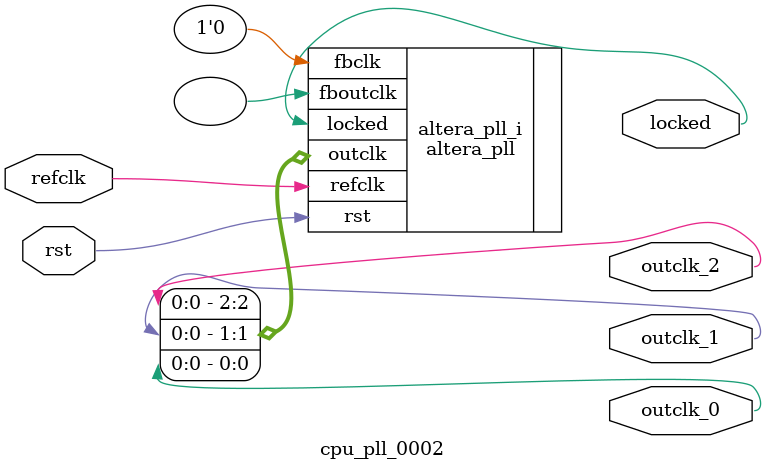
<source format=v>
`timescale 1ns/10ps
module  cpu_pll_0002(

	// interface 'refclk'
	input wire refclk,

	// interface 'reset'
	input wire rst,

	// interface 'outclk0'
	output wire outclk_0,

	// interface 'outclk1'
	output wire outclk_1,

	// interface 'outclk2'
	output wire outclk_2,

	// interface 'locked'
	output wire locked
);

	altera_pll #(
		.fractional_vco_multiplier("false"),
		.reference_clock_frequency("50.0 MHz"),
		.operation_mode("direct"),
		.number_of_clocks(3),
		.output_clock_frequency0("35.000000 MHz"),
		.phase_shift0("0 ps"),
		.duty_cycle0(50),
		.output_clock_frequency1("35.000000 MHz"),
		.phase_shift1("9524 ps"),
		.duty_cycle1(50),
		.output_clock_frequency2("35.000000 MHz"),
		.phase_shift2("19048 ps"),
		.duty_cycle2(50),
		.output_clock_frequency3("0 MHz"),
		.phase_shift3("0 ps"),
		.duty_cycle3(50),
		.output_clock_frequency4("0 MHz"),
		.phase_shift4("0 ps"),
		.duty_cycle4(50),
		.output_clock_frequency5("0 MHz"),
		.phase_shift5("0 ps"),
		.duty_cycle5(50),
		.output_clock_frequency6("0 MHz"),
		.phase_shift6("0 ps"),
		.duty_cycle6(50),
		.output_clock_frequency7("0 MHz"),
		.phase_shift7("0 ps"),
		.duty_cycle7(50),
		.output_clock_frequency8("0 MHz"),
		.phase_shift8("0 ps"),
		.duty_cycle8(50),
		.output_clock_frequency9("0 MHz"),
		.phase_shift9("0 ps"),
		.duty_cycle9(50),
		.output_clock_frequency10("0 MHz"),
		.phase_shift10("0 ps"),
		.duty_cycle10(50),
		.output_clock_frequency11("0 MHz"),
		.phase_shift11("0 ps"),
		.duty_cycle11(50),
		.output_clock_frequency12("0 MHz"),
		.phase_shift12("0 ps"),
		.duty_cycle12(50),
		.output_clock_frequency13("0 MHz"),
		.phase_shift13("0 ps"),
		.duty_cycle13(50),
		.output_clock_frequency14("0 MHz"),
		.phase_shift14("0 ps"),
		.duty_cycle14(50),
		.output_clock_frequency15("0 MHz"),
		.phase_shift15("0 ps"),
		.duty_cycle15(50),
		.output_clock_frequency16("0 MHz"),
		.phase_shift16("0 ps"),
		.duty_cycle16(50),
		.output_clock_frequency17("0 MHz"),
		.phase_shift17("0 ps"),
		.duty_cycle17(50),
		.pll_type("General"),
		.pll_subtype("General")
	) altera_pll_i (
		.rst	(rst),
		.outclk	({outclk_2, outclk_1, outclk_0}),
		.locked	(locked),
		.fboutclk	( ),
		.fbclk	(1'b0),
		.refclk	(refclk)
	);
endmodule


</source>
